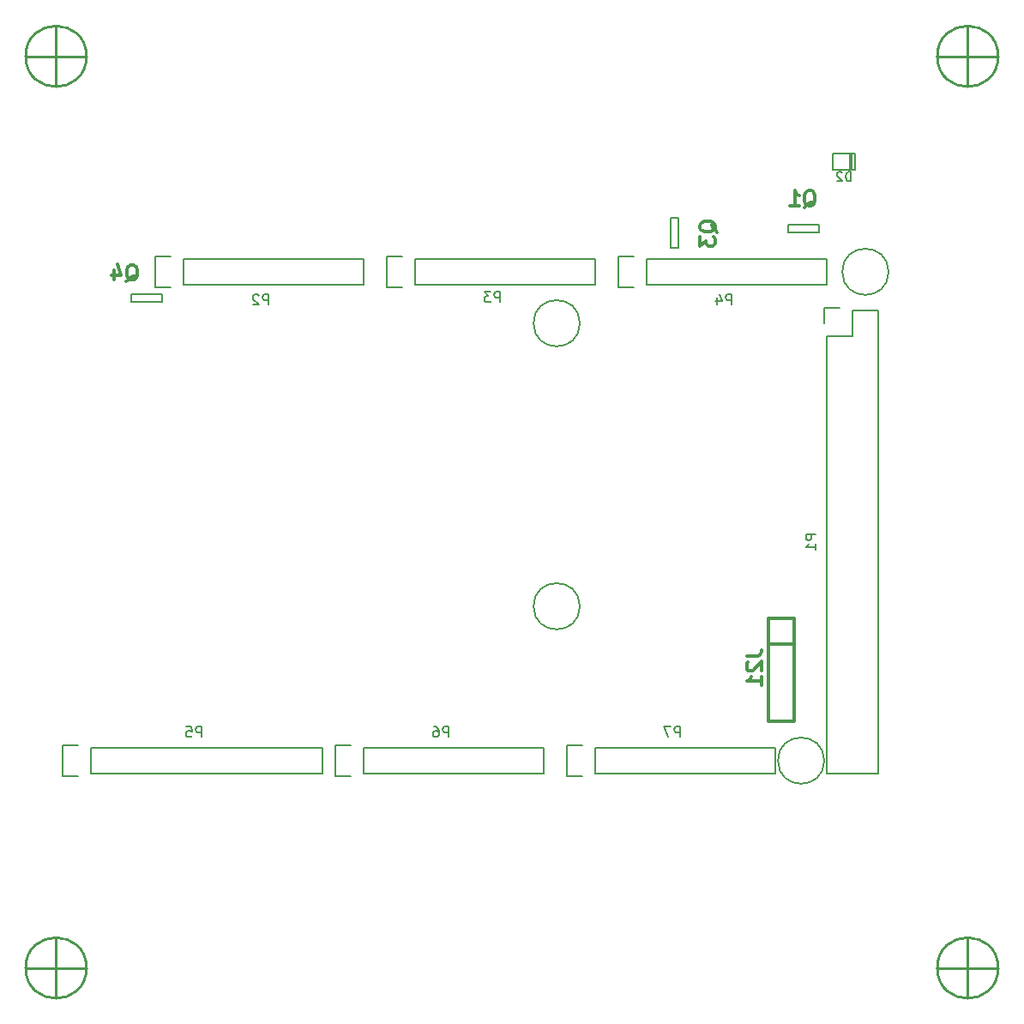
<source format=gbr>
G04 #@! TF.GenerationSoftware,KiCad,Pcbnew,5.1.7-a382d34a8~87~ubuntu20.04.1*
G04 #@! TF.CreationDate,2020-11-26T19:40:13-03:00*
G04 #@! TF.ProjectId,robot uve,726f626f-7420-4757-9665-2e6b69636164,rev?*
G04 #@! TF.SameCoordinates,Original*
G04 #@! TF.FileFunction,Legend,Bot*
G04 #@! TF.FilePolarity,Positive*
%FSLAX46Y46*%
G04 Gerber Fmt 4.6, Leading zero omitted, Abs format (unit mm)*
G04 Created by KiCad (PCBNEW 5.1.7-a382d34a8~87~ubuntu20.04.1) date 2020-11-26 19:40:13*
%MOMM*%
%LPD*%
G01*
G04 APERTURE LIST*
%ADD10C,0.150000*%
%ADD11C,0.254000*%
%ADD12C,0.127000*%
%ADD13C,0.304800*%
%ADD14C,0.300000*%
%ADD15C,0.152400*%
G04 APERTURE END LIST*
D10*
X191168000Y-80084000D02*
X191168000Y-125804000D01*
X186088000Y-125804000D02*
X186088000Y-82624000D01*
X191168000Y-125804000D02*
X186088000Y-125804000D01*
X191168000Y-80084000D02*
X188628000Y-80084000D01*
X185808000Y-81354000D02*
X185808000Y-79804000D01*
X188628000Y-80084000D02*
X188628000Y-82624000D01*
X188628000Y-82624000D02*
X186088000Y-82624000D01*
X185808000Y-79804000D02*
X187358000Y-79804000D01*
X122588000Y-75004000D02*
X140368000Y-75004000D01*
X140368000Y-75004000D02*
X140368000Y-77544000D01*
X140368000Y-77544000D02*
X122588000Y-77544000D01*
X119768000Y-74724000D02*
X121318000Y-74724000D01*
X122588000Y-75004000D02*
X122588000Y-77544000D01*
X121318000Y-77824000D02*
X119768000Y-77824000D01*
X119768000Y-77824000D02*
X119768000Y-74724000D01*
X145448000Y-75004000D02*
X163228000Y-75004000D01*
X163228000Y-75004000D02*
X163228000Y-77544000D01*
X163228000Y-77544000D02*
X145448000Y-77544000D01*
X142628000Y-74724000D02*
X144178000Y-74724000D01*
X145448000Y-75004000D02*
X145448000Y-77544000D01*
X144178000Y-77824000D02*
X142628000Y-77824000D01*
X142628000Y-77824000D02*
X142628000Y-74724000D01*
X168308000Y-75004000D02*
X186088000Y-75004000D01*
X186088000Y-75004000D02*
X186088000Y-77544000D01*
X186088000Y-77544000D02*
X168308000Y-77544000D01*
X165488000Y-74724000D02*
X167038000Y-74724000D01*
X168308000Y-75004000D02*
X168308000Y-77544000D01*
X167038000Y-77824000D02*
X165488000Y-77824000D01*
X165488000Y-77824000D02*
X165488000Y-74724000D01*
X113444000Y-123264000D02*
X136304000Y-123264000D01*
X136304000Y-123264000D02*
X136304000Y-125804000D01*
X136304000Y-125804000D02*
X113444000Y-125804000D01*
X110624000Y-122984000D02*
X112174000Y-122984000D01*
X113444000Y-123264000D02*
X113444000Y-125804000D01*
X112174000Y-126084000D02*
X110624000Y-126084000D01*
X110624000Y-126084000D02*
X110624000Y-122984000D01*
X140368000Y-123264000D02*
X158148000Y-123264000D01*
X158148000Y-123264000D02*
X158148000Y-125804000D01*
X158148000Y-125804000D02*
X140368000Y-125804000D01*
X137548000Y-122984000D02*
X139098000Y-122984000D01*
X140368000Y-123264000D02*
X140368000Y-125804000D01*
X139098000Y-126084000D02*
X137548000Y-126084000D01*
X137548000Y-126084000D02*
X137548000Y-122984000D01*
X163228000Y-123264000D02*
X181008000Y-123264000D01*
X181008000Y-123264000D02*
X181008000Y-125804000D01*
X181008000Y-125804000D02*
X163228000Y-125804000D01*
X160408000Y-122984000D02*
X161958000Y-122984000D01*
X163228000Y-123264000D02*
X163228000Y-125804000D01*
X161958000Y-126084000D02*
X160408000Y-126084000D01*
X160408000Y-126084000D02*
X160408000Y-122984000D01*
X161704000Y-81354000D02*
G75*
G03*
X161704000Y-81354000I-2286000J0D01*
G01*
X192184000Y-76274000D02*
G75*
G03*
X192184000Y-76274000I-2286000J0D01*
G01*
X161704000Y-109294000D02*
G75*
G03*
X161704000Y-109294000I-2286000J0D01*
G01*
X185834000Y-124534000D02*
G75*
G03*
X185834000Y-124534000I-2286000J0D01*
G01*
D11*
X110000000Y-52000000D02*
X110000000Y-58000000D01*
X107000000Y-55000000D02*
X113000000Y-55000000D01*
X113000000Y-55000000D02*
G75*
G03*
X113000000Y-55000000I-3000000J0D01*
G01*
X203000000Y-55000000D02*
G75*
G03*
X203000000Y-55000000I-3000000J0D01*
G01*
X197000000Y-55000000D02*
X203000000Y-55000000D01*
X200000000Y-52000000D02*
X200000000Y-58000000D01*
X200000000Y-142000000D02*
X200000000Y-148000000D01*
X197000000Y-145000000D02*
X203000000Y-145000000D01*
X203000000Y-145000000D02*
G75*
G03*
X203000000Y-145000000I-3000000J0D01*
G01*
X113000000Y-145000000D02*
G75*
G03*
X113000000Y-145000000I-3000000J0D01*
G01*
X107000000Y-145000000D02*
X113000000Y-145000000D01*
X110000000Y-142000000D02*
X110000000Y-148000000D01*
D12*
X185297200Y-71600000D02*
X182300000Y-71600000D01*
X182300000Y-71600000D02*
X182300000Y-72400000D01*
X182300000Y-72400000D02*
X185297200Y-72400000D01*
X185300000Y-72400000D02*
X185300000Y-71600000D01*
X170675000Y-70927800D02*
X170675000Y-73925000D01*
X170675000Y-73925000D02*
X171475000Y-73925000D01*
X171475000Y-73925000D02*
X171475000Y-70927800D01*
X171475000Y-70925000D02*
X170675000Y-70925000D01*
X120450000Y-79250000D02*
X120450000Y-78450000D01*
X117450000Y-79250000D02*
X120447200Y-79250000D01*
X117450000Y-78450000D02*
X117450000Y-79250000D01*
X120447200Y-78450000D02*
X117450000Y-78450000D01*
X188399160Y-64599900D02*
X188399160Y-66200100D01*
X188500760Y-66200100D02*
X188500760Y-64599900D01*
X186700000Y-66200000D02*
X188900000Y-66200000D01*
X188899540Y-66200100D02*
X188899540Y-64599900D01*
X188900000Y-64600000D02*
X186700000Y-64600000D01*
X186700000Y-64600000D02*
X186700000Y-66200200D01*
D13*
X180330000Y-112990000D02*
X182870000Y-112990000D01*
X182870000Y-120610000D02*
X182870000Y-110450000D01*
X180330000Y-110450000D02*
X180330000Y-120610000D01*
X182870000Y-110450000D02*
X180330000Y-110450000D01*
X180330000Y-120610000D02*
X182870000Y-120610000D01*
D10*
X185016380Y-102205904D02*
X184016380Y-102205904D01*
X184016380Y-102586857D01*
X184064000Y-102682095D01*
X184111619Y-102729714D01*
X184206857Y-102777333D01*
X184349714Y-102777333D01*
X184444952Y-102729714D01*
X184492571Y-102682095D01*
X184540190Y-102586857D01*
X184540190Y-102205904D01*
X185016380Y-103729714D02*
X185016380Y-103158285D01*
X185016380Y-103444000D02*
X184016380Y-103444000D01*
X184159238Y-103348761D01*
X184254476Y-103253523D01*
X184302095Y-103158285D01*
X130946095Y-79520380D02*
X130946095Y-78520380D01*
X130565142Y-78520380D01*
X130469904Y-78568000D01*
X130422285Y-78615619D01*
X130374666Y-78710857D01*
X130374666Y-78853714D01*
X130422285Y-78948952D01*
X130469904Y-78996571D01*
X130565142Y-79044190D01*
X130946095Y-79044190D01*
X129993714Y-78615619D02*
X129946095Y-78568000D01*
X129850857Y-78520380D01*
X129612761Y-78520380D01*
X129517523Y-78568000D01*
X129469904Y-78615619D01*
X129422285Y-78710857D01*
X129422285Y-78806095D01*
X129469904Y-78948952D01*
X130041333Y-79520380D01*
X129422285Y-79520380D01*
X153806095Y-79266380D02*
X153806095Y-78266380D01*
X153425142Y-78266380D01*
X153329904Y-78314000D01*
X153282285Y-78361619D01*
X153234666Y-78456857D01*
X153234666Y-78599714D01*
X153282285Y-78694952D01*
X153329904Y-78742571D01*
X153425142Y-78790190D01*
X153806095Y-78790190D01*
X152901333Y-78266380D02*
X152282285Y-78266380D01*
X152615619Y-78647333D01*
X152472761Y-78647333D01*
X152377523Y-78694952D01*
X152329904Y-78742571D01*
X152282285Y-78837809D01*
X152282285Y-79075904D01*
X152329904Y-79171142D01*
X152377523Y-79218761D01*
X152472761Y-79266380D01*
X152758476Y-79266380D01*
X152853714Y-79218761D01*
X152901333Y-79171142D01*
X176666095Y-79520380D02*
X176666095Y-78520380D01*
X176285142Y-78520380D01*
X176189904Y-78568000D01*
X176142285Y-78615619D01*
X176094666Y-78710857D01*
X176094666Y-78853714D01*
X176142285Y-78948952D01*
X176189904Y-78996571D01*
X176285142Y-79044190D01*
X176666095Y-79044190D01*
X175237523Y-78853714D02*
X175237523Y-79520380D01*
X175475619Y-78472761D02*
X175713714Y-79187047D01*
X175094666Y-79187047D01*
X124342095Y-122192380D02*
X124342095Y-121192380D01*
X123961142Y-121192380D01*
X123865904Y-121240000D01*
X123818285Y-121287619D01*
X123770666Y-121382857D01*
X123770666Y-121525714D01*
X123818285Y-121620952D01*
X123865904Y-121668571D01*
X123961142Y-121716190D01*
X124342095Y-121716190D01*
X122865904Y-121192380D02*
X123342095Y-121192380D01*
X123389714Y-121668571D01*
X123342095Y-121620952D01*
X123246857Y-121573333D01*
X123008761Y-121573333D01*
X122913523Y-121620952D01*
X122865904Y-121668571D01*
X122818285Y-121763809D01*
X122818285Y-122001904D01*
X122865904Y-122097142D01*
X122913523Y-122144761D01*
X123008761Y-122192380D01*
X123246857Y-122192380D01*
X123342095Y-122144761D01*
X123389714Y-122097142D01*
X148726095Y-122192380D02*
X148726095Y-121192380D01*
X148345142Y-121192380D01*
X148249904Y-121240000D01*
X148202285Y-121287619D01*
X148154666Y-121382857D01*
X148154666Y-121525714D01*
X148202285Y-121620952D01*
X148249904Y-121668571D01*
X148345142Y-121716190D01*
X148726095Y-121716190D01*
X147297523Y-121192380D02*
X147488000Y-121192380D01*
X147583238Y-121240000D01*
X147630857Y-121287619D01*
X147726095Y-121430476D01*
X147773714Y-121620952D01*
X147773714Y-122001904D01*
X147726095Y-122097142D01*
X147678476Y-122144761D01*
X147583238Y-122192380D01*
X147392761Y-122192380D01*
X147297523Y-122144761D01*
X147249904Y-122097142D01*
X147202285Y-122001904D01*
X147202285Y-121763809D01*
X147249904Y-121668571D01*
X147297523Y-121620952D01*
X147392761Y-121573333D01*
X147583238Y-121573333D01*
X147678476Y-121620952D01*
X147726095Y-121668571D01*
X147773714Y-121763809D01*
X171586095Y-122192380D02*
X171586095Y-121192380D01*
X171205142Y-121192380D01*
X171109904Y-121240000D01*
X171062285Y-121287619D01*
X171014666Y-121382857D01*
X171014666Y-121525714D01*
X171062285Y-121620952D01*
X171109904Y-121668571D01*
X171205142Y-121716190D01*
X171586095Y-121716190D01*
X170681333Y-121192380D02*
X170014666Y-121192380D01*
X170443238Y-122192380D01*
D14*
X183842857Y-69921428D02*
X183985714Y-69850000D01*
X184128571Y-69707142D01*
X184342857Y-69492857D01*
X184485714Y-69421428D01*
X184628571Y-69421428D01*
X184557142Y-69778571D02*
X184700000Y-69707142D01*
X184842857Y-69564285D01*
X184914285Y-69278571D01*
X184914285Y-68778571D01*
X184842857Y-68492857D01*
X184700000Y-68350000D01*
X184557142Y-68278571D01*
X184271428Y-68278571D01*
X184128571Y-68350000D01*
X183985714Y-68492857D01*
X183914285Y-68778571D01*
X183914285Y-69278571D01*
X183985714Y-69564285D01*
X184128571Y-69707142D01*
X184271428Y-69778571D01*
X184557142Y-69778571D01*
X182485714Y-69778571D02*
X183342857Y-69778571D01*
X182914285Y-69778571D02*
X182914285Y-68278571D01*
X183057142Y-68492857D01*
X183200000Y-68635714D01*
X183342857Y-68707142D01*
X175221428Y-72382142D02*
X175150000Y-72239285D01*
X175007142Y-72096428D01*
X174792857Y-71882142D01*
X174721428Y-71739285D01*
X174721428Y-71596428D01*
X175078571Y-71667857D02*
X175007142Y-71525000D01*
X174864285Y-71382142D01*
X174578571Y-71310714D01*
X174078571Y-71310714D01*
X173792857Y-71382142D01*
X173650000Y-71525000D01*
X173578571Y-71667857D01*
X173578571Y-71953571D01*
X173650000Y-72096428D01*
X173792857Y-72239285D01*
X174078571Y-72310714D01*
X174578571Y-72310714D01*
X174864285Y-72239285D01*
X175007142Y-72096428D01*
X175078571Y-71953571D01*
X175078571Y-71667857D01*
X173578571Y-72810714D02*
X173578571Y-73739285D01*
X174150000Y-73239285D01*
X174150000Y-73453571D01*
X174221428Y-73596428D01*
X174292857Y-73667857D01*
X174435714Y-73739285D01*
X174792857Y-73739285D01*
X174935714Y-73667857D01*
X175007142Y-73596428D01*
X175078571Y-73453571D01*
X175078571Y-73025000D01*
X175007142Y-72882142D01*
X174935714Y-72810714D01*
X116942857Y-77221428D02*
X117085714Y-77150000D01*
X117228571Y-77007142D01*
X117442857Y-76792857D01*
X117585714Y-76721428D01*
X117728571Y-76721428D01*
X117657142Y-77078571D02*
X117800000Y-77007142D01*
X117942857Y-76864285D01*
X118014285Y-76578571D01*
X118014285Y-76078571D01*
X117942857Y-75792857D01*
X117800000Y-75650000D01*
X117657142Y-75578571D01*
X117371428Y-75578571D01*
X117228571Y-75650000D01*
X117085714Y-75792857D01*
X117014285Y-76078571D01*
X117014285Y-76578571D01*
X117085714Y-76864285D01*
X117228571Y-77007142D01*
X117371428Y-77078571D01*
X117657142Y-77078571D01*
X115728571Y-76078571D02*
X115728571Y-77078571D01*
X116085714Y-75507142D02*
X116442857Y-76578571D01*
X115514285Y-76578571D01*
D15*
X188474914Y-67313657D02*
X188474914Y-66399257D01*
X188257200Y-66399257D01*
X188126571Y-66442800D01*
X188039485Y-66529885D01*
X187995942Y-66616971D01*
X187952400Y-66791142D01*
X187952400Y-66921771D01*
X187995942Y-67095942D01*
X188039485Y-67183028D01*
X188126571Y-67270114D01*
X188257200Y-67313657D01*
X188474914Y-67313657D01*
X187604057Y-66486342D02*
X187560514Y-66442800D01*
X187473428Y-66399257D01*
X187255714Y-66399257D01*
X187168628Y-66442800D01*
X187125085Y-66486342D01*
X187081542Y-66573428D01*
X187081542Y-66660514D01*
X187125085Y-66791142D01*
X187647600Y-67313657D01*
X187081542Y-67313657D01*
D14*
X178178571Y-114185714D02*
X179250000Y-114185714D01*
X179464285Y-114114285D01*
X179607142Y-113971428D01*
X179678571Y-113757142D01*
X179678571Y-113614285D01*
X178321428Y-114828571D02*
X178250000Y-114900000D01*
X178178571Y-115042857D01*
X178178571Y-115400000D01*
X178250000Y-115542857D01*
X178321428Y-115614285D01*
X178464285Y-115685714D01*
X178607142Y-115685714D01*
X178821428Y-115614285D01*
X179678571Y-114757142D01*
X179678571Y-115685714D01*
X179678571Y-117114285D02*
X179678571Y-116257142D01*
X179678571Y-116685714D02*
X178178571Y-116685714D01*
X178392857Y-116542857D01*
X178535714Y-116400000D01*
X178607142Y-116257142D01*
M02*

</source>
